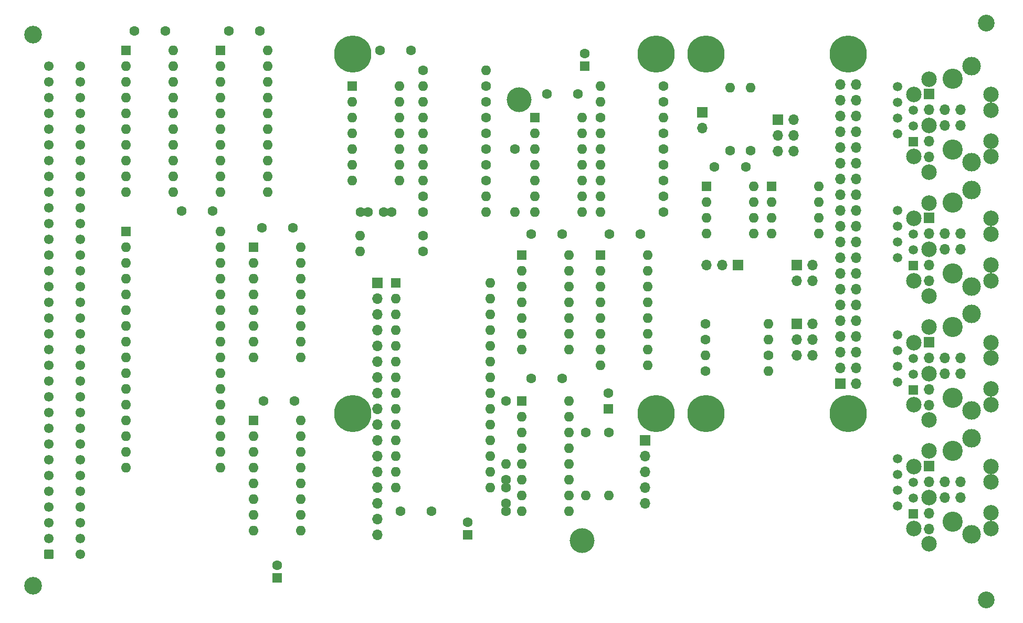
<source format=gbr>
G04 #@! TF.GenerationSoftware,KiCad,Pcbnew,7.0.7-146-g6b43bb8fe3*
G04 #@! TF.CreationDate,2023-10-07T12:16:15+01:00*
G04 #@! TF.ProjectId,podule_econet,706f6475-6c65-45f6-9563-6f6e65742e6b,03*
G04 #@! TF.SameCoordinates,Original*
G04 #@! TF.FileFunction,Soldermask,Top*
G04 #@! TF.FilePolarity,Negative*
%FSLAX46Y46*%
G04 Gerber Fmt 4.6, Leading zero omitted, Abs format (unit mm)*
G04 Created by KiCad (PCBNEW 7.0.7-146-g6b43bb8fe3) date 2023-10-07 12:16:15*
%MOMM*%
%LPD*%
G01*
G04 APERTURE LIST*
G04 Aperture macros list*
%AMRoundRect*
0 Rectangle with rounded corners*
0 $1 Rounding radius*
0 $2 $3 $4 $5 $6 $7 $8 $9 X,Y pos of 4 corners*
0 Add a 4 corners polygon primitive as box body*
4,1,4,$2,$3,$4,$5,$6,$7,$8,$9,$2,$3,0*
0 Add four circle primitives for the rounded corners*
1,1,$1+$1,$2,$3*
1,1,$1+$1,$4,$5*
1,1,$1+$1,$6,$7*
1,1,$1+$1,$8,$9*
0 Add four rect primitives between the rounded corners*
20,1,$1+$1,$2,$3,$4,$5,0*
20,1,$1+$1,$4,$5,$6,$7,0*
20,1,$1+$1,$6,$7,$8,$9,0*
20,1,$1+$1,$8,$9,$2,$3,0*%
G04 Aperture macros list end*
%ADD10R,1.600000X1.600000*%
%ADD11O,1.600000X1.600000*%
%ADD12C,1.600000*%
%ADD13R,1.700000X1.700000*%
%ADD14O,1.700000X1.700000*%
%ADD15C,2.850000*%
%ADD16RoundRect,0.249999X0.525001X-0.525001X0.525001X0.525001X-0.525001X0.525001X-0.525001X-0.525001X0*%
%ADD17C,1.550000*%
%ADD18C,6.000000*%
%ADD19C,3.250000*%
%ADD20C,2.500000*%
%ADD21C,3.000000*%
%ADD22R,1.500000X1.500000*%
%ADD23C,1.500000*%
%ADD24C,2.700000*%
%ADD25C,4.000000*%
G04 APERTURE END LIST*
D10*
X100330000Y-58420000D03*
D11*
X100330000Y-60960000D03*
X100330000Y-63500000D03*
X100330000Y-66040000D03*
X100330000Y-68580000D03*
X100330000Y-71120000D03*
X100330000Y-73660000D03*
X100330000Y-76200000D03*
X100330000Y-78740000D03*
X100330000Y-81280000D03*
X107950000Y-81280000D03*
X107950000Y-78740000D03*
X107950000Y-76200000D03*
X107950000Y-73660000D03*
X107950000Y-71120000D03*
X107950000Y-68580000D03*
X107950000Y-66040000D03*
X107950000Y-63500000D03*
X107950000Y-60960000D03*
X107950000Y-58420000D03*
D10*
X85090000Y-58420000D03*
D11*
X85090000Y-60960000D03*
X85090000Y-63500000D03*
X85090000Y-66040000D03*
X85090000Y-68580000D03*
X85090000Y-71120000D03*
X85090000Y-73660000D03*
X85090000Y-76200000D03*
X85090000Y-78740000D03*
X85090000Y-81280000D03*
X92710000Y-81280000D03*
X92710000Y-78740000D03*
X92710000Y-76200000D03*
X92710000Y-73660000D03*
X92710000Y-71120000D03*
X92710000Y-68580000D03*
X92710000Y-66040000D03*
X92710000Y-63500000D03*
X92710000Y-60960000D03*
X92710000Y-58420000D03*
D12*
X178541500Y-105065000D03*
D11*
X188701500Y-105065000D03*
D12*
X188701500Y-107605000D03*
D11*
X178541500Y-107605000D03*
D12*
X178541500Y-110145000D03*
D11*
X188701500Y-110145000D03*
D12*
X178541500Y-102525000D03*
D11*
X188701500Y-102525000D03*
D12*
X182505500Y-74587000D03*
D11*
X182505500Y-64427000D03*
D12*
X171728000Y-64135000D03*
D11*
X161568000Y-64135000D03*
D12*
X162920500Y-120015000D03*
D11*
X162920500Y-130175000D03*
D12*
X143153000Y-74295000D03*
D11*
X132993000Y-74295000D03*
D12*
X171728000Y-81915000D03*
D11*
X161568000Y-81915000D03*
D12*
X185807500Y-74587000D03*
D11*
X185807500Y-64427000D03*
D12*
X132993000Y-88265000D03*
D11*
X122833000Y-88265000D03*
D12*
X132993000Y-61595000D03*
D11*
X143153000Y-61595000D03*
D12*
X143153000Y-69215000D03*
D11*
X132993000Y-69215000D03*
D12*
X143153000Y-79375000D03*
D11*
X132993000Y-79375000D03*
D12*
X132993000Y-81915000D03*
D11*
X143153000Y-81915000D03*
D12*
X143153000Y-76835000D03*
D11*
X132993000Y-76835000D03*
D12*
X146383000Y-114935000D03*
D11*
X146383000Y-125095000D03*
D12*
X143153000Y-66675000D03*
D11*
X132993000Y-66675000D03*
D12*
X132993000Y-84455000D03*
D11*
X143153000Y-84455000D03*
D12*
X147828000Y-74295000D03*
D11*
X147828000Y-84455000D03*
D12*
X143153000Y-71755000D03*
D11*
X132993000Y-71755000D03*
D12*
X171728000Y-71755000D03*
D11*
X161568000Y-71755000D03*
D12*
X143153000Y-64135000D03*
D11*
X132993000Y-64135000D03*
D12*
X171728000Y-84455000D03*
D11*
X161568000Y-84455000D03*
D12*
X171728000Y-66675000D03*
D11*
X161568000Y-66675000D03*
D12*
X161568000Y-69215000D03*
D11*
X171728000Y-69215000D03*
D12*
X132993000Y-90805000D03*
D11*
X122833000Y-90805000D03*
D12*
X171728000Y-76835000D03*
D11*
X161568000Y-76835000D03*
D12*
X171728000Y-74295000D03*
D11*
X161568000Y-74295000D03*
D12*
X159258000Y-120015000D03*
D11*
X159258000Y-130175000D03*
D12*
X171728000Y-79375000D03*
D11*
X161568000Y-79375000D03*
D12*
X91440000Y-55245000D03*
X86440000Y-55245000D03*
X106680000Y-55245000D03*
X101680000Y-55245000D03*
X99060000Y-84328000D03*
X94060000Y-84328000D03*
D13*
X193273500Y-102525000D03*
D14*
X195813500Y-102525000D03*
X193273500Y-105065000D03*
X195813500Y-105065000D03*
X193273500Y-107605000D03*
X195813500Y-107605000D03*
D12*
X185018500Y-77208000D03*
X180018500Y-77208000D03*
D10*
X178668500Y-80383000D03*
D11*
X178668500Y-82923000D03*
X178668500Y-85463000D03*
X178668500Y-88003000D03*
X186288500Y-88003000D03*
X186288500Y-85463000D03*
X186288500Y-82923000D03*
X186288500Y-80383000D03*
D10*
X189209500Y-80383000D03*
D11*
X189209500Y-82923000D03*
X189209500Y-85463000D03*
X189209500Y-88003000D03*
X196829500Y-88003000D03*
X196829500Y-85463000D03*
X196829500Y-82923000D03*
X196829500Y-80383000D03*
D13*
X190225500Y-69588000D03*
D14*
X192765500Y-69588000D03*
X190225500Y-72128000D03*
X192765500Y-72128000D03*
X190225500Y-74668000D03*
X192765500Y-74668000D03*
D13*
X193268500Y-93078000D03*
D14*
X195808500Y-93078000D03*
X193268500Y-95618000D03*
X195808500Y-95618000D03*
D13*
X178033500Y-68445000D03*
D14*
X178033500Y-70985000D03*
D13*
X183748500Y-93083000D03*
D14*
X181208500Y-93083000D03*
X178668500Y-93083000D03*
D10*
X151003000Y-69215000D03*
D11*
X151003000Y-71755000D03*
X151003000Y-74295000D03*
X151003000Y-76835000D03*
X151003000Y-79375000D03*
X151003000Y-81915000D03*
X151003000Y-84455000D03*
X158623000Y-84455000D03*
X158623000Y-81915000D03*
X158623000Y-79375000D03*
X158623000Y-76835000D03*
X158623000Y-74295000D03*
X158623000Y-71755000D03*
X158623000Y-69215000D03*
D15*
X70104000Y-144780000D03*
X70104000Y-55880000D03*
D16*
X72644000Y-139700000D03*
D17*
X72644000Y-137160000D03*
X72644000Y-134620000D03*
X72644000Y-132080000D03*
X72644000Y-129540000D03*
X72644000Y-127000000D03*
X72644000Y-124460000D03*
X72644000Y-121920000D03*
X72644000Y-119380000D03*
X72644000Y-116840000D03*
X72644000Y-114300000D03*
X72644000Y-111760000D03*
X72644000Y-109220000D03*
X72644000Y-106680000D03*
X72644000Y-104140000D03*
X72644000Y-101600000D03*
X72644000Y-99060000D03*
X72644000Y-96520000D03*
X72644000Y-93980000D03*
X72644000Y-91440000D03*
X72644000Y-88900000D03*
X72644000Y-86360000D03*
X72644000Y-83820000D03*
X72644000Y-81280000D03*
X72644000Y-78740000D03*
X72644000Y-76200000D03*
X72644000Y-73660000D03*
X72644000Y-71120000D03*
X72644000Y-68580000D03*
X72644000Y-66040000D03*
X72644000Y-63500000D03*
X72644000Y-60960000D03*
X77724000Y-139700000D03*
X77724000Y-137160000D03*
X77724000Y-134620000D03*
X77724000Y-132080000D03*
X77724000Y-129540000D03*
X77724000Y-127000000D03*
X77724000Y-124460000D03*
X77724000Y-121920000D03*
X77724000Y-119380000D03*
X77724000Y-116840000D03*
X77724000Y-114300000D03*
X77724000Y-111760000D03*
X77724000Y-109220000D03*
X77724000Y-106680000D03*
X77724000Y-104140000D03*
X77724000Y-101600000D03*
X77724000Y-99060000D03*
X77724000Y-96520000D03*
X77724000Y-93980000D03*
X77724000Y-91440000D03*
X77724000Y-88900000D03*
X77724000Y-86360000D03*
X77724000Y-83820000D03*
X77724000Y-81280000D03*
X77724000Y-78740000D03*
X77724000Y-76200000D03*
X77724000Y-73660000D03*
X77724000Y-71120000D03*
X77724000Y-68580000D03*
X77724000Y-66040000D03*
X77724000Y-63500000D03*
X77724000Y-60960000D03*
D12*
X129358000Y-132715000D03*
X134358000Y-132715000D03*
D10*
X128603000Y-95885000D03*
D11*
X128603000Y-98425000D03*
X128603000Y-100965000D03*
X128603000Y-103505000D03*
X128603000Y-106045000D03*
X128603000Y-108585000D03*
X128603000Y-111125000D03*
X128603000Y-113665000D03*
X128603000Y-116205000D03*
X128603000Y-118745000D03*
X128603000Y-121285000D03*
X128603000Y-123825000D03*
X128603000Y-126365000D03*
X128603000Y-128905000D03*
X143843000Y-128905000D03*
X143843000Y-126365000D03*
X143843000Y-123825000D03*
X143843000Y-121285000D03*
X143843000Y-118745000D03*
X143843000Y-116205000D03*
X143843000Y-113665000D03*
X143843000Y-111125000D03*
X143843000Y-108585000D03*
X143843000Y-106045000D03*
X143843000Y-103505000D03*
X143843000Y-100965000D03*
X143843000Y-98425000D03*
X143843000Y-95885000D03*
D12*
X146328000Y-132715000D03*
X146328000Y-131445000D03*
X146328000Y-128905000D03*
X146328000Y-127715000D03*
X126008000Y-58420000D03*
X131008000Y-58420000D03*
D13*
X125603000Y-95885000D03*
D14*
X125603000Y-98425000D03*
X125603000Y-100965000D03*
X125603000Y-103505000D03*
X125603000Y-106045000D03*
X125603000Y-108585000D03*
X125603000Y-111125000D03*
X125603000Y-113665000D03*
X125603000Y-116205000D03*
X125603000Y-118745000D03*
X125603000Y-121285000D03*
X125603000Y-123825000D03*
X125603000Y-126365000D03*
X125603000Y-128905000D03*
X125603000Y-131445000D03*
X125603000Y-133985000D03*
X125603000Y-136525000D03*
D18*
X178603000Y-117025000D03*
X201603000Y-117025000D03*
X201603000Y-59025000D03*
X178603000Y-59025000D03*
D13*
X200333000Y-112155000D03*
D14*
X202873000Y-112155000D03*
X200333000Y-109615000D03*
X202873000Y-109615000D03*
X200333000Y-107075000D03*
X202873000Y-107075000D03*
X200333000Y-104535000D03*
X202873000Y-104535000D03*
X200333000Y-101995000D03*
X202873000Y-101995000D03*
X200333000Y-99455000D03*
X202873000Y-99455000D03*
X200333000Y-96915000D03*
X202873000Y-96915000D03*
X200333000Y-94375000D03*
X202873000Y-94375000D03*
X200333000Y-91835000D03*
X202873000Y-91835000D03*
X200333000Y-89295000D03*
X202873000Y-89295000D03*
X200333000Y-86755000D03*
X202873000Y-86755000D03*
X200333000Y-84215000D03*
X202873000Y-84215000D03*
X200333000Y-81675000D03*
X202873000Y-81675000D03*
X200333000Y-79135000D03*
X202873000Y-79135000D03*
X200333000Y-76595000D03*
X202873000Y-76595000D03*
X200333000Y-74055000D03*
X202873000Y-74055000D03*
X200333000Y-71515000D03*
X202873000Y-71515000D03*
X200333000Y-68975000D03*
X202873000Y-68975000D03*
X200333000Y-66435000D03*
X202873000Y-66435000D03*
X200333000Y-63895000D03*
X202873000Y-63895000D03*
D12*
X155393000Y-88011000D03*
X150393000Y-88011000D03*
D10*
X121563000Y-64135000D03*
D11*
X121563000Y-66675000D03*
X121563000Y-69215000D03*
X121563000Y-71755000D03*
X121563000Y-74295000D03*
X121563000Y-76835000D03*
X121563000Y-79375000D03*
X129183000Y-79375000D03*
X129183000Y-76835000D03*
X129183000Y-74295000D03*
X129183000Y-71755000D03*
X129183000Y-69215000D03*
X129183000Y-66675000D03*
X129183000Y-64135000D03*
D19*
X218442800Y-114433800D03*
X218442800Y-103003800D03*
D13*
X214630000Y-105466000D03*
D20*
X214630000Y-103046000D03*
X224630000Y-108046000D03*
D14*
X219710000Y-108006000D03*
D20*
X224630000Y-115546000D03*
X214630000Y-110546000D03*
D21*
X221492800Y-100948800D03*
D20*
X224630000Y-105546000D03*
D14*
X217170000Y-108006000D03*
D20*
X224630000Y-113046000D03*
D21*
X221492800Y-116488800D03*
D14*
X214630000Y-115626000D03*
D20*
X214630000Y-118046000D03*
D14*
X214630000Y-108006000D03*
D20*
X212130000Y-105546000D03*
X212130000Y-115546000D03*
D14*
X214630000Y-113086000D03*
X217170000Y-110546000D03*
X219710000Y-110546000D03*
D22*
X212092800Y-113163800D03*
D23*
X209552800Y-111893800D03*
X212092800Y-110623800D03*
X209552800Y-109353800D03*
X212092800Y-108083800D03*
X209552800Y-106813800D03*
X209552800Y-104273800D03*
D10*
X109474000Y-143510000D03*
D12*
X109474000Y-141510000D03*
D19*
X218442800Y-134433800D03*
X218442800Y-123003800D03*
D20*
X214630000Y-123046000D03*
D13*
X214630000Y-125466000D03*
D20*
X224630000Y-125546000D03*
D14*
X217170000Y-128006000D03*
D20*
X224630000Y-135546000D03*
X214630000Y-130546000D03*
D21*
X221492800Y-120948800D03*
D20*
X224630000Y-133046000D03*
D21*
X221492800Y-136488800D03*
D14*
X219710000Y-128006000D03*
D20*
X224630000Y-128046000D03*
D14*
X214630000Y-135626000D03*
D20*
X214630000Y-138046000D03*
D14*
X214630000Y-128006000D03*
D20*
X212130000Y-125546000D03*
X212130000Y-135546000D03*
D14*
X214630000Y-133086000D03*
X217170000Y-130546000D03*
X219710000Y-130546000D03*
D22*
X212092800Y-133163800D03*
D23*
X209552800Y-131893800D03*
X212092800Y-130623800D03*
X209552800Y-129353800D03*
X212092800Y-128083800D03*
X209552800Y-126813800D03*
X209552800Y-124273800D03*
D12*
X112014000Y-86995000D03*
X107014000Y-86995000D03*
D18*
X170603000Y-117025000D03*
X170603000Y-59025000D03*
D24*
X223830000Y-54046000D03*
D19*
X218442800Y-94433800D03*
X218442800Y-83003800D03*
D13*
X214630000Y-85466000D03*
D20*
X214630000Y-83046000D03*
D14*
X217170000Y-88006000D03*
X219710000Y-88006000D03*
D21*
X221492800Y-96488800D03*
D20*
X224630000Y-93046000D03*
X214630000Y-90546000D03*
X224630000Y-88046000D03*
X224630000Y-95546000D03*
X224630000Y-85546000D03*
D21*
X221492800Y-80948800D03*
D20*
X214630000Y-98046000D03*
D14*
X214630000Y-95626000D03*
D20*
X212130000Y-85546000D03*
D14*
X214630000Y-88006000D03*
D20*
X212130000Y-95546000D03*
D14*
X214630000Y-93086000D03*
X217170000Y-90546000D03*
X219710000Y-90546000D03*
D22*
X212092800Y-93163800D03*
D23*
X209552800Y-91893800D03*
X212092800Y-90623800D03*
X209552800Y-89353800D03*
X212092800Y-88083800D03*
X209552800Y-86813800D03*
X209552800Y-84273800D03*
D19*
X218442800Y-63003800D03*
X218442800Y-74433800D03*
D13*
X214630000Y-65466000D03*
D20*
X214630000Y-63046000D03*
D14*
X217170000Y-68006000D03*
D21*
X221492800Y-76488800D03*
D20*
X224630000Y-73046000D03*
X224630000Y-75546000D03*
X224630000Y-65546000D03*
D21*
X221492800Y-60948800D03*
D20*
X224630000Y-68046000D03*
D14*
X219710000Y-68006000D03*
D20*
X214630000Y-70546000D03*
D14*
X214630000Y-75626000D03*
D20*
X214630000Y-78046000D03*
D14*
X214630000Y-68006000D03*
D20*
X212130000Y-65546000D03*
X212130000Y-75546000D03*
D14*
X214630000Y-73086000D03*
X217170000Y-70546000D03*
X219710000Y-70546000D03*
D22*
X212092800Y-73163800D03*
D23*
X209552800Y-71893800D03*
X212092800Y-70623800D03*
X209552800Y-69353800D03*
X212092800Y-68083800D03*
X209552800Y-66813800D03*
X209552800Y-64273800D03*
D12*
X112268000Y-114935000D03*
X107268000Y-114935000D03*
D25*
X148463000Y-66405000D03*
D18*
X121603000Y-117025000D03*
D10*
X105664000Y-90170000D03*
D11*
X105664000Y-92710000D03*
X105664000Y-95250000D03*
X105664000Y-97790000D03*
X105664000Y-100330000D03*
X105664000Y-102870000D03*
X105664000Y-105410000D03*
X105664000Y-107950000D03*
X113284000Y-107950000D03*
X113284000Y-105410000D03*
X113284000Y-102870000D03*
X113284000Y-100330000D03*
X113284000Y-97790000D03*
X113284000Y-95250000D03*
X113284000Y-92710000D03*
X113284000Y-90170000D03*
D12*
X163013000Y-88011000D03*
X168013000Y-88011000D03*
X126643000Y-84455000D03*
X127913000Y-84455000D03*
X122913000Y-84455000D03*
X124103000Y-84455000D03*
X155393000Y-111315000D03*
X150393000Y-111315000D03*
D10*
X161568000Y-91440000D03*
D11*
X161568000Y-93980000D03*
X161568000Y-96520000D03*
X161568000Y-99060000D03*
X161568000Y-101600000D03*
X161568000Y-104140000D03*
X161568000Y-106680000D03*
X161568000Y-109220000D03*
X169188000Y-109220000D03*
X169188000Y-106680000D03*
X169188000Y-104140000D03*
X169188000Y-101600000D03*
X169188000Y-99060000D03*
X169188000Y-96520000D03*
X169188000Y-93980000D03*
X169188000Y-91440000D03*
D25*
X158603000Y-137515000D03*
D18*
X121603000Y-59025000D03*
D10*
X85090000Y-87630000D03*
D11*
X85090000Y-90170000D03*
X85090000Y-92710000D03*
X85090000Y-95250000D03*
X85090000Y-97790000D03*
X85090000Y-100330000D03*
X85090000Y-102870000D03*
X85090000Y-105410000D03*
X85090000Y-107950000D03*
X85090000Y-110490000D03*
X85090000Y-113030000D03*
X85090000Y-115570000D03*
X85090000Y-118110000D03*
X85090000Y-120650000D03*
X85090000Y-123190000D03*
X85090000Y-125730000D03*
X100330000Y-125730000D03*
X100330000Y-123190000D03*
X100330000Y-120650000D03*
X100330000Y-118110000D03*
X100330000Y-115570000D03*
X100330000Y-113030000D03*
X100330000Y-110490000D03*
X100330000Y-107950000D03*
X100330000Y-105410000D03*
X100330000Y-102870000D03*
X100330000Y-100330000D03*
X100330000Y-97790000D03*
X100330000Y-95250000D03*
X100330000Y-92710000D03*
X100330000Y-90170000D03*
X100330000Y-87630000D03*
D10*
X159028000Y-60960000D03*
D12*
X159028000Y-58960000D03*
X157933000Y-65405000D03*
X152933000Y-65405000D03*
D13*
X168783000Y-121285000D03*
D14*
X168783000Y-123825000D03*
X168783000Y-126365000D03*
X168783000Y-128905000D03*
X168783000Y-131445000D03*
D24*
X223830000Y-147046000D03*
D10*
X162838000Y-116205000D03*
D12*
X162838000Y-113705000D03*
D10*
X148868000Y-91440000D03*
D11*
X148868000Y-93980000D03*
X148868000Y-96520000D03*
X148868000Y-99060000D03*
X148868000Y-101600000D03*
X148868000Y-104140000D03*
X148868000Y-106680000D03*
X156488000Y-106680000D03*
X156488000Y-104140000D03*
X156488000Y-101600000D03*
X156488000Y-99060000D03*
X156488000Y-96520000D03*
X156488000Y-93980000D03*
X156488000Y-91440000D03*
D10*
X105664000Y-118125000D03*
D11*
X105664000Y-120665000D03*
X105664000Y-123205000D03*
X105664000Y-125745000D03*
X105664000Y-128285000D03*
X105664000Y-130825000D03*
X105664000Y-133365000D03*
X105664000Y-135905000D03*
X113284000Y-135905000D03*
X113284000Y-133365000D03*
X113284000Y-130825000D03*
X113284000Y-128285000D03*
X113284000Y-125745000D03*
X113284000Y-123205000D03*
X113284000Y-120665000D03*
X113284000Y-118125000D03*
D10*
X140208000Y-136525000D03*
D12*
X140208000Y-134525000D03*
D10*
X148868000Y-114935000D03*
D11*
X148868000Y-117475000D03*
X148868000Y-120015000D03*
X148868000Y-122555000D03*
X148868000Y-125095000D03*
X148868000Y-127635000D03*
X148868000Y-130175000D03*
X148868000Y-132715000D03*
X156488000Y-132715000D03*
X156488000Y-130175000D03*
X156488000Y-127635000D03*
X156488000Y-125095000D03*
X156488000Y-122555000D03*
X156488000Y-120015000D03*
X156488000Y-117475000D03*
X156488000Y-114935000D03*
M02*

</source>
